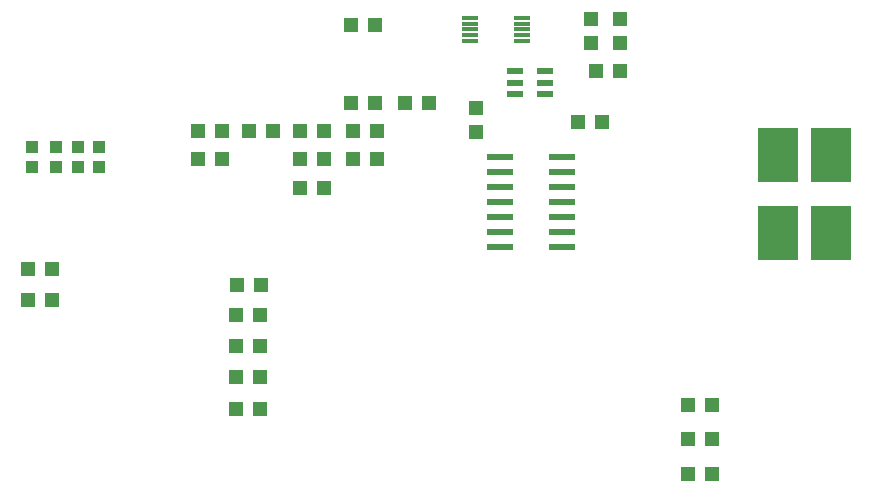
<source format=gbr>
G04 EAGLE Gerber RS-274X export*
G75*
%MOMM*%
%FSLAX34Y34*%
%LPD*%
%INSolderpaste Bottom*%
%IPPOS*%
%AMOC8*
5,1,8,0,0,1.08239X$1,22.5*%
G01*
%ADD10R,2.200000X0.600000*%
%ADD11R,1.080000X1.050000*%
%ADD12R,1.400000X0.600000*%
%ADD13R,3.400000X4.600000*%
%ADD14R,1.400000X0.300000*%
%ADD15R,1.300000X1.200000*%
%ADD16R,1.200000X1.300000*%


D10*
X632880Y570520D03*
X632880Y507020D03*
X632880Y583220D03*
X632880Y557820D03*
X632880Y545120D03*
X580880Y507020D03*
X632880Y519720D03*
X632880Y532420D03*
X580880Y519720D03*
X580880Y532420D03*
X580880Y545120D03*
X580880Y557820D03*
X580880Y570520D03*
X580880Y583220D03*
D11*
X223000Y591750D03*
X223000Y574250D03*
X241000Y591750D03*
X241000Y574250D03*
X204840Y591790D03*
X204840Y574290D03*
X184000Y591750D03*
X184000Y574250D03*
D12*
X618500Y655500D03*
X618500Y646000D03*
X618500Y636500D03*
X593500Y636500D03*
X593500Y646000D03*
X593500Y655500D03*
D13*
X861000Y519000D03*
X816000Y519000D03*
X861000Y585000D03*
X816000Y585000D03*
D14*
X599000Y701000D03*
X599000Y696000D03*
X599000Y691000D03*
X599000Y686000D03*
X599000Y681000D03*
X555000Y681000D03*
X555000Y686000D03*
X555000Y691000D03*
X555000Y696000D03*
X555000Y701000D03*
D15*
X682000Y679840D03*
X682000Y700160D03*
D16*
X682160Y656000D03*
X661840Y656000D03*
D15*
X658000Y679840D03*
X658000Y700160D03*
D16*
X201160Y488000D03*
X180840Y488000D03*
X201160Y462000D03*
X180840Y462000D03*
X520160Y629000D03*
X499840Y629000D03*
X475160Y629000D03*
X454840Y629000D03*
X455840Y581000D03*
X476160Y581000D03*
X455840Y605000D03*
X476160Y605000D03*
X431160Y605000D03*
X410840Y605000D03*
X431160Y581000D03*
X410840Y581000D03*
X739840Y344000D03*
X760160Y344000D03*
X377160Y397000D03*
X356840Y397000D03*
X410840Y557000D03*
X431160Y557000D03*
D15*
X560000Y603840D03*
X560000Y624160D03*
D16*
X345160Y581000D03*
X324840Y581000D03*
X357840Y475000D03*
X378160Y475000D03*
X324840Y605000D03*
X345160Y605000D03*
X367840Y605000D03*
X388160Y605000D03*
X646840Y613000D03*
X667160Y613000D03*
X377160Y449000D03*
X356840Y449000D03*
X377160Y423000D03*
X356840Y423000D03*
X739840Y315000D03*
X760160Y315000D03*
X454840Y695000D03*
X475160Y695000D03*
X377160Y370000D03*
X356840Y370000D03*
X739840Y373000D03*
X760160Y373000D03*
M02*

</source>
